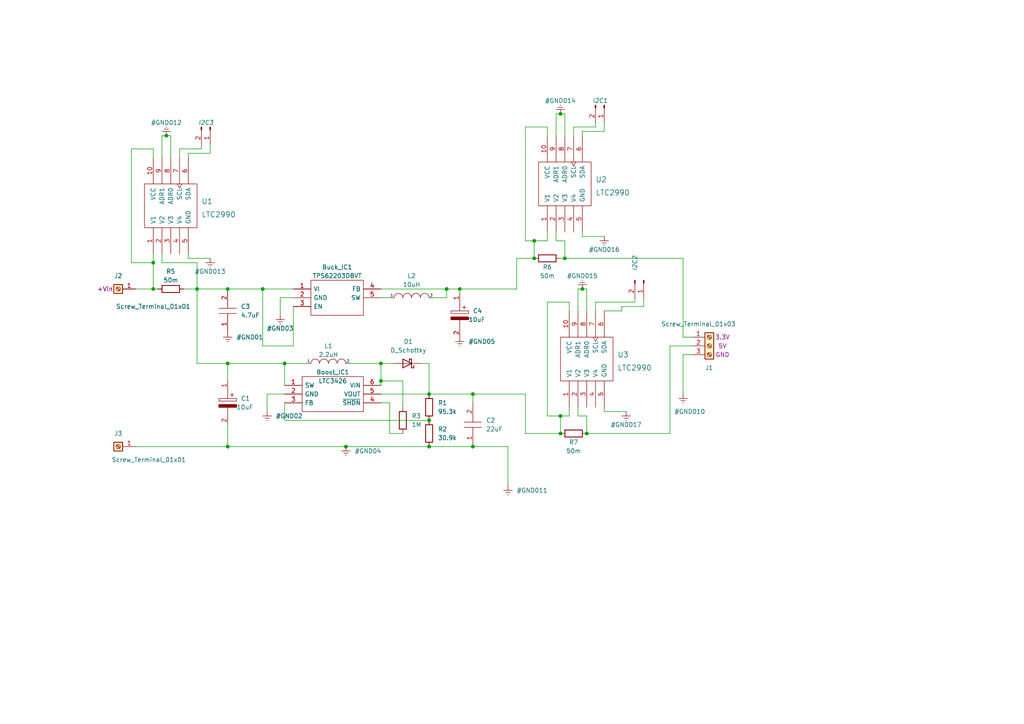
<source format=kicad_sch>
(kicad_sch (version 20211123) (generator eeschema)
  (paper "A4")
  (lib_symbols
    (symbol "Cap 4.7uf:C1210C475K4RACAUTO" (pin_names (offset 0.762))
      (property "Reference" "C" (at 8.89 6.35 0))
      (property "Value" "C1210C475K4RACAUTO" (at 8.89 3.81 0))
      (symbol "C1210C475K4RACAUTO_0_0"
        (pin passive line (at 0 0 0) (length 5.08) (name "~") (number "1"))
        (pin passive line (at 12.7 0 180) (length 5.08) (name "~") (number "2"))
      )
      (symbol "C1210C475K4RACAUTO_0_1"
        (polyline (pts (xy 5.08 0) (xy 5.588 0)) (stroke (width 0.1524)))
        (polyline (pts (xy 5.588 2.54) (xy 5.588 -2.54)) (stroke (width 0.1524)))
        (polyline (pts (xy 7.112 0) (xy 7.62 0)) (stroke (width 0.1524)))
        (polyline (pts (xy 7.112 2.54) (xy 7.112 -2.54)) (stroke (width 0.1524)))
      )
    )
    (symbol "Connector:Conn_01x02_Male" (pin_names (offset 1.016) hide)
      (property "Reference" "J" (at 0 2.54 0))
      (property "Value" "Conn_01x02_Male" (at 0 -5.08 0))
      (symbol "Conn_01x02_Male_1_1"
        (polyline (pts (xy 1.27 -2.54) (xy 0.8636 -2.54)) (stroke (width 0.1524)))
        (polyline (pts (xy 1.27 0) (xy 0.8636 0)) (stroke (width 0.1524)))
        (rectangle (start 0.8636 -2.413) (end 0 -2.667) (stroke (width 0.1524)) (fill (type outline)))
        (rectangle (start 0.8636 0.127) (end 0 -0.127) (stroke (width 0.1524)) (fill (type outline)))
        (pin passive line (at 5.08 0 180) (length 3.81) (name "Pin_1") (number "1"))
        (pin passive line (at 5.08 -2.54 180) (length 3.81) (name "Pin_2") (number "2"))
      )
    )
    (symbol "Connector:Screw_Terminal_01x01" (pin_names (offset 1.016) hide)
      (property "Reference" "J" (at 0 2.54 0))
      (property "Value" "Screw_Terminal_01x01" (at 0 -2.54 0))
      (symbol "Screw_Terminal_01x01_1_1"
        (rectangle (start -1.27 1.27) (end 1.27 -1.27) (stroke (width 0.254)) (fill (type background)))
        (polyline (pts (xy -0.5334 0.3302) (xy 0.3302 -0.508)) (stroke (width 0.1524)))
        (polyline (pts (xy -0.3556 0.508) (xy 0.508 -0.3302)) (stroke (width 0.1524)))
        (circle (center 0 0) (radius 0.635) (stroke (width 0.1524)))
        (pin passive line (at -5.08 0 0) (length 3.81) (name "Pin_1") (number "1"))
      )
    )
    (symbol "Connector:Screw_Terminal_01x03" (pin_names (offset 1.016) hide)
      (property "Reference" "J" (at 0 5.08 0))
      (property "Value" "Screw_Terminal_01x03" (at 0 -5.08 0))
      (symbol "Screw_Terminal_01x03_1_1"
        (rectangle (start -1.27 3.81) (end 1.27 -3.81) (stroke (width 0.254)) (fill (type background)))
        (circle (center 0 -2.54) (radius 0.635) (stroke (width 0.1524)))
        (polyline (pts (xy -0.5334 -2.2098) (xy 0.3302 -3.048)) (stroke (width 0.1524)))
        (polyline (pts (xy -0.5334 0.3302) (xy 0.3302 -0.508)) (stroke (width 0.1524)))
        (polyline (pts (xy -0.5334 2.8702) (xy 0.3302 2.032)) (stroke (width 0.1524)))
        (polyline (pts (xy -0.3556 -2.032) (xy 0.508 -2.8702)) (stroke (width 0.1524)))
        (polyline (pts (xy -0.3556 0.508) (xy 0.508 -0.3302)) (stroke (width 0.1524)))
        (polyline (pts (xy -0.3556 3.048) (xy 0.508 2.2098)) (stroke (width 0.1524)))
        (circle (center 0 0) (radius 0.635) (stroke (width 0.1524)))
        (circle (center 0 2.54) (radius 0.635) (stroke (width 0.1524)))
        (pin passive line (at -5.08 2.54 0) (length 3.81) (name "Pin_1") (number "1"))
        (pin passive line (at -5.08 0 0) (length 3.81) (name "Pin_2") (number "2"))
        (pin passive line (at -5.08 -2.54 0) (length 3.81) (name "Pin_3") (number "3"))
      )
    )
    (symbol "Device:D_Schottky" (pin_numbers hide) (pin_names (offset 1.016) hide)
      (property "Reference" "D" (at 0 2.54 0))
      (property "Value" "D_Schottky" (at 0 -2.54 0))
      (symbol "D_Schottky_0_1"
        (polyline (pts (xy 1.27 0) (xy -1.27 0)))
        (polyline (pts (xy 1.27 1.27) (xy 1.27 -1.27) (xy -1.27 0) (xy 1.27 1.27)) (stroke (width 0.254)))
        (polyline (pts (xy -1.905 0.635) (xy -1.905 1.27) (xy -1.27 1.27) (xy -1.27 -1.27) (xy -0.635 -1.27) (xy -0.635 -0.635)) (stroke (width 0.254)))
      )
      (symbol "D_Schottky_1_1"
        (pin passive line (at -3.81 0 0) (length 2.54) (name "K") (number "1"))
        (pin passive line (at 3.81 0 180) (length 2.54) (name "A") (number "2"))
      )
    )
    (symbol "Device:R" (pin_numbers hide) (pin_names (offset 0))
      (property "Reference" "R" (at 2.032 0 90))
      (property "Value" "R" (at 0 0 90))
      (symbol "R_0_1"
        (rectangle (start -1.016 -2.54) (end 1.016 2.54) (stroke (width 0.254)))
      )
      (symbol "R_1_1"
        (pin passive line (at 0 3.81 270) (length 1.27) (name "~") (number "1"))
        (pin passive line (at 0 -3.81 90) (length 1.27) (name "~") (number "2"))
      )
    )
    (symbol "EXTRAs:AFK106M35C12T-F" (pin_names (offset 0.762))
      (property "Reference" "C" (at 8.89 6.35 0))
      (property "Value" "AFK106M35C12T-F" (at 8.89 3.81 0))
      (symbol "AFK106M35C12T-F_0_0"
        (pin passive line (at 0 0 0) (length 2.54) (name "~") (number "1"))
        (pin passive line (at 12.7 0 180) (length 2.54) (name "~") (number "2"))
      )
      (symbol "AFK106M35C12T-F_0_1"
        (polyline (pts (xy 2.54 0) (xy 5.08 0)) (stroke (width 0.1524)))
        (polyline (pts (xy 4.064 1.778) (xy 4.064 0.762)) (stroke (width 0.1524)))
        (polyline (pts (xy 4.572 1.27) (xy 3.556 1.27)) (stroke (width 0.1524)))
        (polyline (pts (xy 7.62 0) (xy 10.16 0)) (stroke (width 0.1524)))
        (polyline (pts (xy 5.08 2.54) (xy 5.08 -2.54) (xy 5.842 -2.54) (xy 5.842 2.54) (xy 5.08 2.54)) (stroke (width 0.1524)))
        (polyline (pts (xy 7.62 2.54) (xy 7.62 -2.54) (xy 6.858 -2.54) (xy 6.858 2.54) (xy 7.62 2.54)) (stroke (width 0.254)) (fill (type outline)))
      )
    )
    (symbol "boost sat:LTC3426ES6#TRMPBF" (pin_names (offset 0.762))
      (property "Reference" "PS" (at 24.13 7.62 0))
      (property "Value" "LTC3426ES6#TRMPBF" (at 24.13 5.08 0))
      (symbol "LTC3426ES6#TRMPBF_0_0"
        (pin input line (at 0 0 0) (length 5.08) (name "SW") (number "1"))
        (pin power_in line (at 0 -2.54 0) (length 5.08) (name "GND") (number "2"))
        (pin input line (at 0 -5.08 0) (length 5.08) (name "FB") (number "3"))
        (pin input line (at 27.94 -5.08 180) (length 5.08) (name "~{SHDN}") (number "4"))
        (pin power_in line (at 27.94 -2.54 180) (length 5.08) (name "VOUT") (number "5"))
        (pin power_in line (at 27.94 0 180) (length 5.08) (name "VIN") (number "6"))
      )
      (symbol "LTC3426ES6#TRMPBF_0_1"
        (polyline (pts (xy 5.08 2.54) (xy 22.86 2.54) (xy 22.86 -7.62) (xy 5.08 -7.62) (xy 5.08 2.54)) (stroke (width 0.1524)))
      )
    )
    (symbol "bucki c1:TPS62203DBVT" (pin_names (offset 0.762))
      (property "Reference" "IC" (at 21.59 7.62 0))
      (property "Value" "TPS62203DBVT" (at 21.59 5.08 0))
      (symbol "TPS62203DBVT_0_0"
        (pin passive line (at 0 0 0) (length 5.08) (name "VI") (number "1"))
        (pin passive line (at 0 -2.54 0) (length 5.08) (name "GND") (number "2"))
        (pin passive line (at 0 -5.08 0) (length 5.08) (name "EN") (number "3"))
        (pin passive line (at 25.4 0 180) (length 5.08) (name "FB") (number "4"))
        (pin passive line (at 25.4 -2.54 180) (length 5.08) (name "SW") (number "5"))
      )
      (symbol "TPS62203DBVT_0_1"
        (polyline (pts (xy 5.08 2.54) (xy 20.32 2.54) (xy 20.32 -7.62) (xy 5.08 -7.62) (xy 5.08 2.54)) (stroke (width 0.1524)))
      )
    )
    (symbol "cap22uf:ZRB18AR61A226ME01L" (pin_names (offset 0.762))
      (property "Reference" "C" (at 8.89 6.35 0))
      (property "Value" "ZRB18AR61A226ME01L" (at 8.89 3.81 0))
      (symbol "ZRB18AR61A226ME01L_0_0"
        (pin passive line (at 0 0 0) (length 5.08) (name "~") (number "1"))
        (pin passive line (at 12.7 0 180) (length 5.08) (name "~") (number "2"))
      )
      (symbol "ZRB18AR61A226ME01L_0_1"
        (polyline (pts (xy 5.08 0) (xy 5.588 0)) (stroke (width 0.1524)))
        (polyline (pts (xy 5.588 2.54) (xy 5.588 -2.54)) (stroke (width 0.1524)))
        (polyline (pts (xy 7.112 0) (xy 7.62 0)) (stroke (width 0.1524)))
        (polyline (pts (xy 7.112 2.54) (xy 7.112 -2.54)) (stroke (width 0.1524)))
      )
    )
    (symbol "curr volt mon:LTC2990" (pin_names (offset 1.016))
      (property "Reference" "U" (at 0 -8.89 0))
      (property "Value" "LTC2990" (at 0 8.89 0))
      (symbol "LTC2990_0_1"
        (rectangle (start -6.35 7.62) (end 6.35 -7.62))
      )
      (symbol "LTC2990_1_1"
        (pin input line (at -13.97 5.08 0) (length 7.62) (name "V1") (number "1"))
        (pin power_in line (at 13.97 5.08 180) (length 7.62) (name "VCC") (number "10"))
        (pin input line (at -13.97 2.54 0) (length 7.62) (name "V2") (number "2"))
        (pin input line (at -13.97 0 0) (length 7.62) (name "V3") (number "3"))
        (pin input line (at -13.97 -2.54 0) (length 7.62) (name "V4") (number "4"))
        (pin power_in line (at -13.97 -5.08 0) (length 7.62) (name "GND") (number "5"))
        (pin bidirectional line (at 13.97 -5.08 180) (length 7.62) (name "SDA") (number "6"))
        (pin input clock (at 13.97 -2.54 180) (length 7.62) (name "SCL") (number "7"))
        (pin input line (at 13.97 0 180) (length 7.62) (name "ADR0") (number "8"))
        (pin input line (at 13.97 2.54 180) (length 7.62) (name "ADR1") (number "9"))
      )
    )
    (symbol "power:Earth" (power) (pin_numbers hide) (pin_names (offset 0) hide)
      (symbol "Earth_0_1"
        (polyline (pts (xy -0.635 -1.905) (xy 0.635 -1.905)))
        (polyline (pts (xy -0.127 -2.54) (xy 0.127 -2.54)))
        (polyline (pts (xy 0 -1.27) (xy 0 0)))
        (polyline (pts (xy 1.27 -1.27) (xy -1.27 -1.27)))
      )
      (symbol "Earth_1_1"
        (pin power_in line (at 0 0 270) (length 0) hide (name "Earth") (number "1"))
      )
    )
    (symbol "pspice:INDUCTOR" (pin_numbers hide) (pin_names (offset 0))
      (property "Reference" "L" (at 0 2.54 0))
      (property "Value" "INDUCTOR" (at 0 -1.27 0))
      (symbol "INDUCTOR_0_1"
        (arc (start -2.54 0) (mid -3.81 1.27) (end -5.08 0))
        (arc (start 0 0) (mid -1.27 1.27) (end -2.54 0))
        (arc (start 2.54 0) (mid 1.27 1.27) (end 0 0))
        (arc (start 5.08 0) (mid 3.81 1.27) (end 2.54 0))
      )
      (symbol "INDUCTOR_1_1"
        (pin input line (at -6.35 0 0) (length 1.27) (name "1") (number "1"))
        (pin input line (at 6.35 0 180) (length 1.27) (name "2") (number "2"))
      )
    )
  )
  (junction (at 100.33 129.54))
  (junction (at 133.35 83.82))
  (junction (at 66.04 129.54))
  (junction (at 154.94 69.85))
  (junction (at 82.55 105.41))
  (junction (at 163.83 74.93))
  (junction (at 66.04 83.82))
  (junction (at 129.54 83.82))
  (junction (at 110.49 110.49))
  (junction (at 162.56 120.65))
  (junction (at 48.26 39.37))
  (junction (at 124.46 121.92))
  (junction (at 137.16 114.3))
  (junction (at 44.45 76.2))
  (junction (at 170.18 125.73))
  (junction (at 154.94 74.93))
  (junction (at 124.46 114.3))
  (junction (at 162.56 125.73))
  (junction (at 76.2 83.82))
  (junction (at 162.56 33.02))
  (junction (at 110.49 105.41))
  (junction (at 168.91 83.82))
  (junction (at 124.46 129.54))
  (junction (at 44.45 83.82))
  (junction (at 57.15 83.82))
  (junction (at 66.04 105.41))
  (junction (at 137.16 129.54))
  (wire (pts (xy 124.46 129.54) (xy 137.16 129.54)))
  (wire (pts (xy 175.26 68.58) (xy 168.91 68.58)))
  (wire (pts (xy 85.09 100.33) (xy 85.09 88.9)))
  (wire (pts (xy 110.49 105.41) (xy 114.3 105.41)))
  (wire (pts (xy 110.49 110.49) (xy 110.49 105.41)))
  (wire (pts (xy 53.34 83.82) (xy 57.15 83.82)))
  (wire (pts (xy 158.75 120.65) (xy 162.56 120.65)))
  (wire (pts (xy 181.61 119.38) (xy 175.26 119.38)))
  (wire (pts (xy 147.32 140.97) (xy 147.32 129.54)))
  (wire (pts (xy 168.91 68.58) (xy 168.91 67.31)))
  (wire (pts (xy 152.4 36.83) (xy 152.4 69.85)))
  (wire (pts (xy 110.49 86.36) (xy 113.03 86.36)))
  (wire (pts (xy 186.69 88.9) (xy 186.69 86.36)))
  (wire (pts (xy 52.07 45.72) (xy 52.07 43.18)))
  (wire (pts (xy 167.64 120.65) (xy 170.18 120.65)))
  (wire (pts (xy 85.09 86.36) (xy 81.28 86.36)))
  (wire (pts (xy 161.29 69.85) (xy 163.83 69.85)))
  (wire (pts (xy 124.46 105.41) (xy 124.46 114.3)))
  (wire (pts (xy 101.6 105.41) (xy 110.49 105.41)))
  (wire (pts (xy 44.45 83.82) (xy 45.72 83.82)))
  (wire (pts (xy 167.64 118.11) (xy 167.64 120.65)))
  (wire (pts (xy 44.45 73.66) (xy 44.45 76.2)))
  (wire (pts (xy 60.96 74.93) (xy 54.61 74.93)))
  (wire (pts (xy 129.54 83.82) (xy 129.54 86.36)))
  (wire (pts (xy 44.45 45.72) (xy 44.45 43.18)))
  (wire (pts (xy 149.86 83.82) (xy 149.86 74.93)))
  (wire (pts (xy 39.37 129.54) (xy 66.04 129.54)))
  (wire (pts (xy 44.45 76.2) (xy 44.45 83.82)))
  (wire (pts (xy 163.83 33.02) (xy 162.56 33.02)))
  (wire (pts (xy 66.04 123.19) (xy 66.04 129.54)))
  (wire (pts (xy 110.49 116.84) (xy 113.03 116.84)))
  (wire (pts (xy 154.94 74.93) (xy 149.86 74.93)))
  (wire (pts (xy 158.75 120.65) (xy 158.75 87.63)))
  (wire (pts (xy 168.91 39.37) (xy 168.91 38.1)))
  (wire (pts (xy 175.26 90.17) (xy 180.34 90.17)))
  (wire (pts (xy 152.4 125.73) (xy 162.56 125.73)))
  (wire (pts (xy 165.1 87.63) (xy 158.75 87.63)))
  (wire (pts (xy 163.83 74.93) (xy 198.12 74.93)))
  (wire (pts (xy 133.35 83.82) (xy 149.86 83.82)))
  (wire (pts (xy 194.31 100.33) (xy 194.31 125.73)))
  (wire (pts (xy 49.53 45.72) (xy 49.53 39.37)))
  (wire (pts (xy 184.15 87.63) (xy 184.15 86.36)))
  (wire (pts (xy 172.72 87.63) (xy 184.15 87.63)))
  (wire (pts (xy 82.55 105.41) (xy 88.9 105.41)))
  (wire (pts (xy 152.4 69.85) (xy 154.94 69.85)))
  (wire (pts (xy 137.16 114.3) (xy 152.4 114.3)))
  (wire (pts (xy 54.61 45.72) (xy 54.61 44.45)))
  (wire (pts (xy 46.99 39.37) (xy 48.26 39.37)))
  (wire (pts (xy 161.29 39.37) (xy 161.29 33.02)))
  (wire (pts (xy 161.29 33.02) (xy 162.56 33.02)))
  (wire (pts (xy 81.28 86.36) (xy 81.28 91.44)))
  (wire (pts (xy 82.55 121.92) (xy 124.46 121.92)))
  (wire (pts (xy 57.15 105.41) (xy 66.04 105.41)))
  (wire (pts (xy 162.56 120.65) (xy 165.1 120.65)))
  (wire (pts (xy 49.53 39.37) (xy 48.26 39.37)))
  (wire (pts (xy 175.26 119.38) (xy 175.26 118.11)))
  (wire (pts (xy 137.16 129.54) (xy 147.32 129.54)))
  (wire (pts (xy 58.42 43.18) (xy 58.42 41.91)))
  (wire (pts (xy 158.75 39.37) (xy 158.75 36.83)))
  (wire (pts (xy 158.75 67.31) (xy 158.75 69.85)))
  (wire (pts (xy 44.45 43.18) (xy 38.1 43.18)))
  (wire (pts (xy 76.2 83.82) (xy 76.2 100.33)))
  (wire (pts (xy 77.47 114.3) (xy 77.47 119.38)))
  (wire (pts (xy 172.72 36.83) (xy 172.72 35.56)))
  (wire (pts (xy 116.84 118.11) (xy 116.84 110.49)))
  (wire (pts (xy 121.92 105.41) (xy 124.46 105.41)))
  (wire (pts (xy 66.04 83.82) (xy 76.2 83.82)))
  (wire (pts (xy 82.55 105.41) (xy 82.55 111.76)))
  (wire (pts (xy 167.64 83.82) (xy 168.91 83.82)))
  (wire (pts (xy 125.73 86.36) (xy 129.54 86.36)))
  (wire (pts (xy 54.61 44.45) (xy 60.96 44.45)))
  (wire (pts (xy 152.4 114.3) (xy 152.4 125.73)))
  (wire (pts (xy 60.96 44.45) (xy 60.96 41.91)))
  (wire (pts (xy 162.56 74.93) (xy 163.83 74.93)))
  (wire (pts (xy 82.55 114.3) (xy 77.47 114.3)))
  (wire (pts (xy 57.15 76.2) (xy 57.15 83.82)))
  (wire (pts (xy 170.18 83.82) (xy 168.91 83.82)))
  (wire (pts (xy 38.1 43.18) (xy 38.1 76.2)))
  (wire (pts (xy 76.2 83.82) (xy 85.09 83.82)))
  (wire (pts (xy 163.83 39.37) (xy 163.83 33.02)))
  (wire (pts (xy 198.12 97.79) (xy 198.12 74.93)))
  (wire (pts (xy 198.12 102.87) (xy 200.66 102.87)))
  (wire (pts (xy 54.61 74.93) (xy 54.61 73.66)))
  (wire (pts (xy 165.1 118.11) (xy 165.1 120.65)))
  (wire (pts (xy 100.33 129.54) (xy 124.46 129.54)))
  (wire (pts (xy 38.1 76.2) (xy 44.45 76.2)))
  (wire (pts (xy 57.15 83.82) (xy 57.15 105.41)))
  (wire (pts (xy 170.18 90.17) (xy 170.18 83.82)))
  (wire (pts (xy 66.04 129.54) (xy 100.33 129.54)))
  (wire (pts (xy 137.16 114.3) (xy 137.16 116.84)))
  (wire (pts (xy 52.07 43.18) (xy 58.42 43.18)))
  (wire (pts (xy 110.49 111.76) (xy 110.49 110.49)))
  (wire (pts (xy 175.26 38.1) (xy 175.26 35.56)))
  (wire (pts (xy 110.49 114.3) (xy 124.46 114.3)))
  (wire (pts (xy 165.1 90.17) (xy 165.1 87.63)))
  (wire (pts (xy 133.35 83.82) (xy 133.35 85.09)))
  (wire (pts (xy 113.03 116.84) (xy 113.03 125.73)))
  (wire (pts (xy 85.09 100.33) (xy 76.2 100.33)))
  (wire (pts (xy 194.31 125.73) (xy 170.18 125.73)))
  (wire (pts (xy 57.15 83.82) (xy 66.04 83.82)))
  (wire (pts (xy 194.31 100.33) (xy 200.66 100.33)))
  (wire (pts (xy 162.56 120.65) (xy 162.56 125.73)))
  (wire (pts (xy 168.91 38.1) (xy 175.26 38.1)))
  (wire (pts (xy 46.99 45.72) (xy 46.99 39.37)))
  (wire (pts (xy 46.99 76.2) (xy 57.15 76.2)))
  (wire (pts (xy 113.03 125.73) (xy 116.84 125.73)))
  (wire (pts (xy 161.29 67.31) (xy 161.29 69.85)))
  (wire (pts (xy 116.84 110.49) (xy 110.49 110.49)))
  (wire (pts (xy 137.16 114.3) (xy 124.46 114.3)))
  (wire (pts (xy 198.12 102.87) (xy 198.12 114.3)))
  (wire (pts (xy 200.66 97.79) (xy 198.12 97.79)))
  (wire (pts (xy 39.37 83.82) (xy 44.45 83.82)))
  (wire (pts (xy 163.83 69.85) (xy 163.83 74.93)))
  (wire (pts (xy 167.64 90.17) (xy 167.64 83.82)))
  (wire (pts (xy 166.37 36.83) (xy 172.72 36.83)))
  (wire (pts (xy 180.34 90.17) (xy 180.34 88.9)))
  (wire (pts (xy 46.99 73.66) (xy 46.99 76.2)))
  (wire (pts (xy 66.04 105.41) (xy 66.04 110.49)))
  (wire (pts (xy 166.37 39.37) (xy 166.37 36.83)))
  (wire (pts (xy 180.34 88.9) (xy 186.69 88.9)))
  (wire (pts (xy 110.49 83.82) (xy 129.54 83.82)))
  (wire (pts (xy 82.55 116.84) (xy 82.55 121.92)))
  (wire (pts (xy 129.54 83.82) (xy 133.35 83.82)))
  (wire (pts (xy 154.94 69.85) (xy 154.94 74.93)))
  (wire (pts (xy 158.75 36.83) (xy 152.4 36.83)))
  (wire (pts (xy 154.94 69.85) (xy 158.75 69.85)))
  (wire (pts (xy 170.18 120.65) (xy 170.18 125.73)))
  (wire (pts (xy 172.72 87.63) (xy 172.72 90.17)))
  (wire (pts (xy 66.04 105.41) (xy 82.55 105.41)))
  (symbol (lib_id "power:Earth") (at 48.26 39.37 180) (unit 1)
    (property "Reference" "#GND012" (at 48.26 35.56 0))
    (property "Value" "Earth" (effects hide))
  )
  (symbol (lib_id "curr volt mon:LTC2990") (at 49.53 59.69 90) (unit 1)
    (property "Reference" "U1" (at 58.42 58.42 90) (effects (font (size 1.524 1.524)) (justify right)))
    (property "Value" "LTC2990" (at 58.42 62.23 90) (effects (font (size 1.524 1.524)) (justify right)))
    (property "Footprint" "MON & PROTECC:SOP50P490X110-10N" (effects hide))
  )
  (symbol (lib_id "curr volt mon:LTC2990") (at 163.83 53.34 90) (unit 1)
    (property "Reference" "U2" (at 172.72 52.07 90) (effects (font (size 1.524 1.524)) (justify right)))
    (property "Value" "LTC2990" (at 172.72 55.88 90) (effects (font (size 1.524 1.524)) (justify right)))
    (property "Footprint" "MON & PROTECC:SOP50P490X110-10N" (effects hide))
  )
  (symbol (lib_id "Device:R") (at 158.75 74.93 90) (unit 1)
    (property "Reference" "R6" (at 158.75 77.47 90))
    (property "Value" "50m" (at 158.75 80.01 90))
    (property "Footprint" "50m RST:RESC3216X88N" (effects hide))
  )
  (symbol (lib_id "Connector:Screw_Terminal_01x03") (at 205.74 100.33 0) (unit 1)
    (property "Reference" "J1" (at 204.47 106.68 0) (effects (justify left)))
    (property "Value" "Screw_Terminal_01x03" (at 191.77 93.98 0) (effects (justify left)))
    (property "Footprint" "TerminalBlock_MetzConnect:TerminalBlock_MetzConnect_Type055_RT01503HDWU_1x03_P5.00mm_Horizontal" (effects hide))
    (property "Field4" "5V" (at 209.55 100.33 0))
    (property "Field5" "3.3V" (at 209.55 97.79 0))
    (property "Field6" "GND" (at 209.55 102.87 0))
  )
  (symbol (lib_id "power:Earth") (at 198.12 114.3 0) (unit 1)
    (property "Reference" "#GND010" (at 195.58 119.38 0) (effects (justify left)))
    (property "Value" "Earth" (effects hide))
  )
  (symbol (lib_id "Device:D_Schottky") (at 118.11 105.41 180) (unit 1)
    (property "Reference" "D1" (at 118.4275 99.06 0))
    (property "Value" "D_Schottky" (at 118.4275 101.6 0))
    (property "Footprint" "Schottky dd:DIOM5026X220N" (effects hide))
  )
  (symbol (lib_id "power:Earth") (at 60.96 74.93 0) (unit 1)
    (property "Reference" "#GND013" (at 60.96 78.74 0))
    (property "Value" "Earth" (effects hide))
  )
  (symbol (lib_id "power:Earth") (at 181.61 119.38 0) (unit 1)
    (property "Reference" "#GND017" (at 181.61 123.19 0))
    (property "Value" "Earth" (effects hide))
  )
  (symbol (lib_id "Connector:Conn_01x02_Male") (at 175.26 30.48 270) (unit 1)
    (property "Reference" "I2C1" (at 173.99 29.21 90) (effects (font italic)))
    (property "Value" "EN" (effects hide))
    (property "Footprint" "Connector_PinHeader_1.00mm:PinHeader_1x02_P1.00mm_Vertical" (effects hide))
  )
  (symbol (lib_id "Device:R") (at 124.46 118.11 180) (unit 1)
    (property "Reference" "R1" (at 127 116.8399 0) (effects (justify right)))
    (property "Value" "95.3k" (at 127 119.3799 0) (effects (justify right)))
    (property "Footprint" "rst 95.3k:RESC2012X60N" (effects hide))
  )
  (symbol (lib_id "pspice:INDUCTOR") (at 119.38 86.36 0) (unit 1)
    (property "Reference" "L2" (at 119.38 80.01 0))
    (property "Value" "10uH" (at 119.38 82.55 0))
    (property "Footprint" "indc 10uH crct:SRN1060-100M" (effects hide))
  )
  (symbol (lib_id "cap22uf:ZRB18AR61A226ME01L") (at 137.16 129.54 90) (unit 1)
    (property "Reference" "C2" (at 140.97 121.9199 90) (effects (justify right)))
    (property "Value" "22uF" (at 140.97 124.4599 90) (effects (justify right)))
    (property "Footprint" "cap 22uF low esr and esl:C3216_Commercial" (effects hide))
    (property "Datasheet" "https://datasheet.datasheetarchive.com/originals/distributors/DKDS-10/192994.pdf" (effects hide))
    (property "Description" "Murata 0603 B 22uF Ceramic Multilayer Capacitor, 10 V dc, +85C, X5R Dielectric, +/-20%" (effects hide))
    (property "Height" "1.2" (effects hide))
    (property "Mouser Part Number" "81-ZRB18AR61A226ME1L" (effects hide))
    (property "Mouser Price/Stock" "https://www.mouser.co.uk/ProductDetail/Murata-Electronics/ZRB18AR61A226ME01L?qs=5aG0NVq1C4zcCU98as8CPQ%3D%3D" (effects hide))
    (property "Manufacturer_Name" "Murata Electronics" (effects hide))
    (property "Manufacturer_Part_Number" "ZRB18AR61A226ME01L" (effects hide))
  )
  (symbol (lib_id "Device:R") (at 166.37 125.73 90) (unit 1)
    (property "Reference" "R7" (at 166.37 128.27 90))
    (property "Value" "50m" (at 166.37 130.81 90))
    (property "Footprint" "50m RST:RESC3216X88N" (effects hide))
  )
  (symbol (lib_id "Connector:Screw_Terminal_01x01") (at 34.29 129.54 180) (unit 1)
    (property "Reference" "J3" (at 34.29 125.73 0))
    (property "Value" "Screw_Terminal_01x01" (at 43.18 133.35 0))
    (property "Footprint" "Connector_Pin:Pin_D1.3mm_L11.0mm_LooseFit" (effects hide))
  )
  (symbol (lib_id "power:Earth") (at 66.04 96.52 0) (unit 1)
    (property "Reference" "#GND01" (at 68.58 97.7899 0) (effects (justify left)))
    (property "Value" "Earth" (effects hide))
  )
  (symbol (lib_id "power:Earth") (at 162.56 33.02 180) (unit 1)
    (property "Reference" "#GND014" (at 162.56 29.21 0))
    (property "Value" "Earth" (effects hide))
  )
  (symbol (lib_id "Connector:Screw_Terminal_01x01") (at 34.29 83.82 180) (unit 1)
    (property "Reference" "J2" (at 34.29 80.01 0))
    (property "Value" "Screw_Terminal_01x01" (at 44.45 88.9 0))
    (property "Footprint" "Connector_Pin:Pin_D1.3mm_L11.0mm_LooseFit" (effects hide))
    (property "Field4" "+Vin" (at 30.48 83.82 0))
  )
  (symbol (lib_id "power:Earth") (at 100.33 129.54 0) (unit 1)
    (property "Reference" "#GND04" (at 102.87 130.8099 0) (effects (justify left)))
    (property "Value" "Earth" (effects hide))
  )
  (symbol (lib_id "boost sat:LTC3426ES6#TRMPBF") (at 82.55 111.76 0) (unit 1)
    (property "Reference" "Boost_IC1" (at 96.52 107.95 0))
    (property "Value" "LTC3426" (at 96.52 110.49 0))
    (property "Footprint" "Boost LTC3426:SOT95P280X90-6N" (effects hide))
    (property "Datasheet" "https://componentsearchengine.com/Datasheets/1/LTC3426ES6#TRMPBF.pdf" (effects hide))
    (property "Description" "Linear Technology LTC3426ES6#TRMPBF, Step Up DC-DC Converter, Adjustable, 2.25  5 V 6-Pin, TSOT-23" (effects hide))
    (property "Height" "0.9" (effects hide))
    (property "Mouser Part Number" "584-LTC3426ES6TRMPBF" (effects hide))
    (property "Mouser Price/Stock" "https://www.mouser.com/Search/Refine.aspx?Keyword=584-LTC3426ES6TRMPBF" (effects hide))
    (property "Manufacturer_Name" "Analog Devices" (effects hide))
    (property "Manufacturer_Part_Number" "LTC3426ES6#TRMPBF" (effects hide))
  )
  (symbol (lib_id "power:Earth") (at 133.35 97.79 0) (unit 1)
    (property "Reference" "#GND05" (at 135.89 99.0599 0) (effects (justify left)))
    (property "Value" "Earth" (effects hide))
  )
  (symbol (lib_id "Device:R") (at 116.84 121.92 180) (unit 1)
    (property "Reference" "R3" (at 119.38 120.6499 0) (effects (justify right)))
    (property "Value" "1M" (at 119.38 123.1899 0) (effects (justify right)))
    (property "Footprint" "1MEGA RST:RESC1608X55N" (effects hide))
  )
  (symbol (lib_id "power:Earth") (at 175.26 68.58 0) (unit 1)
    (property "Reference" "#GND016" (at 175.26 72.39 0))
    (property "Value" "Earth" (effects hide))
  )
  (symbol (lib_id "bucki c1:TPS62203DBVT") (at 85.09 83.82 0) (unit 1)
    (property "Reference" "Buck_IC1" (at 97.79 77.47 0))
    (property "Value" "TPS62203DBVT" (at 97.79 80.01 0))
    (property "Footprint" "BUck TPS62203DBVT:SOT95P280X145-5N" (effects hide))
    (property "Datasheet" "http://www.ti.com/lit/gpn/tps62203" (effects hide))
    (property "Description" "3.3-V Output, 300-mA, 95% Efficient Step-Down Converter in SOT-23" (effects hide))
    (property "Height" "1.45" (effects hide))
    (property "Mouser Part Number" "595-TPS62203DBVT" (effects hide))
    (property "Mouser Price/Stock" "https://www.mouser.co.uk/ProductDetail/Texas-Instruments/TPS62203DBVT?qs=Gse6rAGbi78wvyrSvCxXew%3D%3D" (effects hide))
    (property "Manufacturer_Name" "Texas Instruments" (effects hide))
    (property "Manufacturer_Part_Number" "TPS62203DBVT" (effects hide))
  )
  (symbol (lib_id "power:Earth") (at 168.91 83.82 180) (unit 1)
    (property "Reference" "#GND015" (at 168.91 80.01 0))
    (property "Value" "Earth" (effects hide))
  )
  (symbol (lib_id "power:Earth") (at 147.32 140.97 0) (unit 1)
    (property "Reference" "#GND011" (at 149.86 142.2399 0) (effects (justify left)))
    (property "Value" "Earth" (effects hide))
  )
  (symbol (lib_id "Device:R") (at 124.46 125.73 180) (unit 1)
    (property "Reference" "R2" (at 127 124.4599 0) (effects (justify right)))
    (property "Value" "30.9k" (at 127 126.9999 0) (effects (justify right)))
    (property "Footprint" "rst 30.9k:RC0603FR-0730K9L" (effects hide))
  )
  (symbol (lib_id "power:Earth") (at 77.47 119.38 0) (unit 1)
    (property "Reference" "#GND02" (at 80.01 120.6499 0) (effects (justify left)))
    (property "Value" "Earth" (effects hide))
  )
  (symbol (lib_id "Connector:Conn_01x02_Male") (at 186.69 81.28 270) (unit 1)
    (property "Reference" "I2C2" (at 184.15 76.2 0) (effects (font italic)))
    (property "Value" "EN" (effects hide))
    (property "Footprint" "Connector_PinHeader_1.00mm:PinHeader_1x02_P1.00mm_Vertical" (effects hide))
  )
  (symbol (lib_id "EXTRAs:AFK106M35C12T-F") (at 66.04 110.49 270) (unit 1)
    (property "Reference" "C1" (at 69.85 115.5699 90) (effects (justify left)))
    (property "Value" "10uF" (at 68.58 118.11 90) (effects (justify left)))
    (property "Footprint" "10uF MLCC:CAPC2012X94N" (effects hide))
    (property "Datasheet" "http://www.cde.com/resources/catalogs/AFK.pdf" (effects hide))
    (property "Description" "Cap Aluminum Lytic 10uF 35V 20% (5 X 5.8mm) SMD 0.7 Ohm 160mA 2000h 105C T/R" (effects hide))
    (property "Height" "6.1" (effects hide))
    (property "Mouser Part Number" "598-AFK106M35C12T-F" (effects hide))
    (property "Mouser Price/Stock" "https://www.mouser.co.uk/ProductDetail/Cornell-Dubilier-CDE/AFK106M35C12T-F?qs=AYHylYxnIynAqk5QKPbEdQ%3D%3D" (effects hide))
    (property "Manufacturer_Name" "Cornell Dubilier" (effects hide))
    (property "Manufacturer_Part_Number" "AFK106M35C12T-F" (effects hide))
  )
  (symbol (lib_id "Connector:Conn_01x02_Male") (at 60.96 36.83 270) (unit 1)
    (property "Reference" "I2C3" (at 59.69 35.56 90) (effects (font italic)))
    (property "Value" "EN" (effects hide))
    (property "Footprint" "Connector_PinHeader_1.00mm:PinHeader_1x02_P1.00mm_Vertical" (effects hide))
  )
  (symbol (lib_id "power:Earth") (at 81.28 91.44 0) (unit 1)
    (property "Reference" "#GND03" (at 81.28 95.25 0))
    (property "Value" "Earth" (effects hide))
  )
  (symbol (lib_id "EXTRAs:AFK106M35C12T-F") (at 133.35 85.09 270) (unit 1)
    (property "Reference" "C4" (at 137.16 90.1699 90) (effects (justify left)))
    (property "Value" "10uF" (at 135.89 92.71 90) (effects (justify left)))
    (property "Footprint" "10uF MLCC:CAPC2012X94N" (effects hide))
    (property "Datasheet" "http://www.cde.com/resources/catalogs/AFK.pdf" (effects hide))
    (property "Description" "Cap Aluminum Lytic 10uF 35V 20% (5 X 5.8mm) SMD 0.7 Ohm 160mA 2000h 105C T/R" (effects hide))
    (property "Height" "6.1" (effects hide))
    (property "Mouser Part Number" "598-AFK106M35C12T-F" (effects hide))
    (property "Mouser Price/Stock" "https://www.mouser.co.uk/ProductDetail/Cornell-Dubilier-CDE/AFK106M35C12T-F?qs=AYHylYxnIynAqk5QKPbEdQ%3D%3D" (effects hide))
    (property "Manufacturer_Name" "Cornell Dubilier" (effects hide))
    (property "Manufacturer_Part_Number" "AFK106M35C12T-F" (effects hide))
  )
  (symbol (lib_id "curr volt mon:LTC2990") (at 170.18 104.14 90) (unit 1)
    (property "Reference" "U3" (at 179.07 102.87 90) (effects (font (size 1.524 1.524)) (justify right)))
    (property "Value" "LTC2990" (at 179.07 106.68 90) (effects (font (size 1.524 1.524)) (justify right)))
    (property "Footprint" "MON & PROTECC:SOP50P490X110-10N" (effects hide))
  )
  (symbol (lib_id "pspice:INDUCTOR") (at 95.25 105.41 0) (unit 1)
    (property "Reference" "L1" (at 95.25 100.33 0))
    (property "Value" "2.2uH" (at 95.25 102.87 0))
    (property "Footprint" "indc 2.2uH:IHLP2020CZER2R2M8A" (effects hide))
  )
  (symbol (lib_id "Cap 4.7uf:C1210C475K4RACAUTO") (at 66.04 96.52 90) (unit 1)
    (property "Reference" "C3" (at 69.85 88.8999 90) (effects (justify right)))
    (property "Value" "4.7uF" (at 69.85 91.4399 90) (effects (justify right)))
    (property "Footprint" "cap 4.7uf:C1210" (effects hide))
    (property "Datasheet" "https://content.kemet.com/datasheets/KEM_C1023_X7R_AUTO_SMD.pdf" (effects hide))
    (property "Description" "SMD Auto X7R, Ceramic, 4.7 uF, 10%, 16 VDC, 40 VDC, 125C, -55C, X7R, SMD, MLCC, Temperature Stable, Automotive Grade, 3.5 % , 106.4 MOhms, 40 mg, 1210, 3.2mm, 2.5mm, 0.9mm, 0.5mm, 4000, 78  Weeks, 80" (effects hide))
    (property "Mouser Part Number" "80-C1210C475K4RAUTO" (effects hide))
    (property "Mouser Price/Stock" "https://www.mouser.co.uk/ProductDetail/KEMET/C1210C475K4RACAUTO?qs=ds50AKTGxA%252BKRDrrpcR4kg%3D%3D" (effects hide))
    (property "Manufacturer_Name" "KEMET" (effects hide))
    (property "Manufacturer_Part_Number" "C1210C475K4RACAUTO" (effects hide))
  )
  (symbol (lib_id "Device:R") (at 49.53 83.82 90) (unit 1)
    (property "Reference" "R5" (at 49.53 78.74 90))
    (property "Value" "50m" (at 49.53 81.28 90))
    (property "Footprint" "50m RST:RESC3216X88N" (effects hide))
  )
)
</source>
